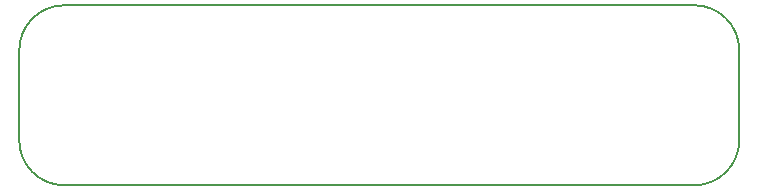
<source format=gbr>
%TF.GenerationSoftware,KiCad,Pcbnew,7.0.7*%
%TF.CreationDate,2024-03-26T15:52:03-05:00*%
%TF.ProjectId,RamanCCDBoard,52616d61-6e43-4434-9442-6f6172642e6b,rev?*%
%TF.SameCoordinates,Original*%
%TF.FileFunction,Profile,NP*%
%FSLAX46Y46*%
G04 Gerber Fmt 4.6, Leading zero omitted, Abs format (unit mm)*
G04 Created by KiCad (PCBNEW 7.0.7) date 2024-03-26 15:52:03*
%MOMM*%
%LPD*%
G01*
G04 APERTURE LIST*
%TA.AperFunction,Profile*%
%ADD10C,0.199898*%
%TD*%
%TA.AperFunction,Profile*%
%ADD11C,0.200000*%
%TD*%
G04 APERTURE END LIST*
D10*
X98805999Y-23114001D02*
X98805999Y-30733999D01*
X41656000Y-19304000D02*
X94995999Y-19304001D01*
D11*
X41656000Y-19304000D02*
G75*
G03*
X37846000Y-23114000I0J-3810000D01*
G01*
X98805999Y-23114001D02*
G75*
G03*
X94995999Y-19304001I-3809999J1D01*
G01*
D10*
X94995999Y-34543999D02*
X41656001Y-34543999D01*
X37846001Y-30733999D02*
X37846000Y-23114000D01*
D11*
X37846001Y-30733999D02*
G75*
G03*
X41656001Y-34543999I3809999J-1D01*
G01*
X94995999Y-34543999D02*
G75*
G03*
X98805999Y-30733999I1J3809999D01*
G01*
M02*

</source>
